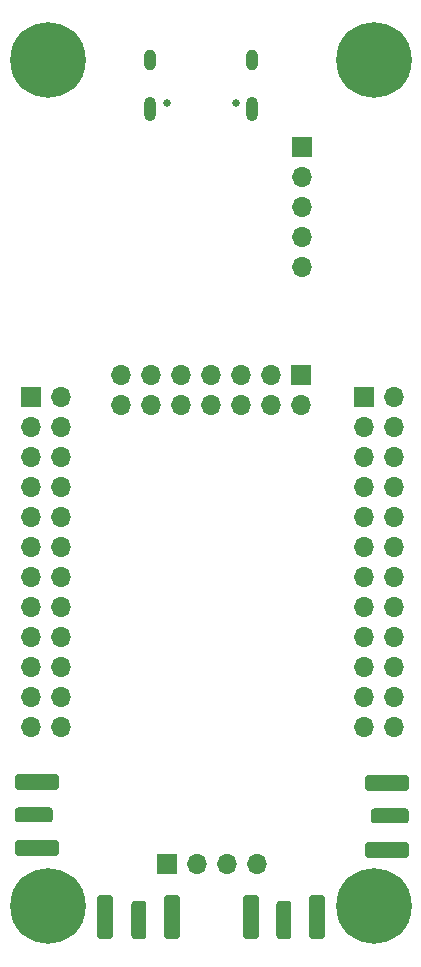
<source format=gbr>
%TF.GenerationSoftware,KiCad,Pcbnew,8.0.3*%
%TF.CreationDate,2024-07-17T15:49:10+08:00*%
%TF.ProjectId,STM32G431C8T6,53544d33-3247-4343-9331-433854362e6b,rev?*%
%TF.SameCoordinates,PXb5c5340PY81b3200*%
%TF.FileFunction,Soldermask,Bot*%
%TF.FilePolarity,Negative*%
%FSLAX45Y45*%
G04 Gerber Fmt 4.5, Leading zero omitted, Abs format (unit mm)*
G04 Created by KiCad (PCBNEW 8.0.3) date 2024-07-17 15:49:10*
%MOMM*%
%LPD*%
G01*
G04 APERTURE LIST*
G04 Aperture macros list*
%AMRoundRect*
0 Rectangle with rounded corners*
0 $1 Rounding radius*
0 $2 $3 $4 $5 $6 $7 $8 $9 X,Y pos of 4 corners*
0 Add a 4 corners polygon primitive as box body*
4,1,4,$2,$3,$4,$5,$6,$7,$8,$9,$2,$3,0*
0 Add four circle primitives for the rounded corners*
1,1,$1+$1,$2,$3*
1,1,$1+$1,$4,$5*
1,1,$1+$1,$6,$7*
1,1,$1+$1,$8,$9*
0 Add four rect primitives between the rounded corners*
20,1,$1+$1,$2,$3,$4,$5,0*
20,1,$1+$1,$4,$5,$6,$7,0*
20,1,$1+$1,$6,$7,$8,$9,0*
20,1,$1+$1,$8,$9,$2,$3,0*%
G04 Aperture macros list end*
%ADD10C,0.650000*%
%ADD11O,1.000000X2.100000*%
%ADD12O,1.000000X1.800000*%
%ADD13C,6.400000*%
%ADD14R,1.700000X1.700000*%
%ADD15O,1.700000X1.700000*%
%ADD16RoundRect,0.250000X0.385000X1.350000X-0.385000X1.350000X-0.385000X-1.350000X0.385000X-1.350000X0*%
%ADD17RoundRect,0.250000X0.425000X1.600000X-0.425000X1.600000X-0.425000X-1.600000X0.425000X-1.600000X0*%
%ADD18RoundRect,0.250000X1.350000X-0.385000X1.350000X0.385000X-1.350000X0.385000X-1.350000X-0.385000X0*%
%ADD19RoundRect,0.250000X1.600000X-0.425000X1.600000X0.425000X-1.600000X0.425000X-1.600000X-0.425000X0*%
%ADD20RoundRect,0.250000X-1.350000X0.385000X-1.350000X-0.385000X1.350000X-0.385000X1.350000X0.385000X0*%
%ADD21RoundRect,0.250000X-1.600000X0.425000X-1.600000X-0.425000X1.600000X-0.425000X1.600000X0.425000X0*%
G04 APERTURE END LIST*
D10*
%TO.C,J1*%
X1959000Y7167500D03*
X1381000Y7167500D03*
D11*
X2102000Y7117500D03*
D12*
X2102000Y7535500D03*
D11*
X1238000Y7117500D03*
D12*
X1238000Y7535500D03*
%TD*%
D13*
%TO.C,*%
X370000Y7530000D03*
%TD*%
D14*
%TO.C,J8*%
X1378000Y730000D03*
D15*
X1632000Y730000D03*
X1886000Y730000D03*
X2140000Y730000D03*
%TD*%
D13*
%TO.C,*%
X3130000Y7530000D03*
%TD*%
D14*
%TO.C,J10*%
X3046000Y4684000D03*
D15*
X3300000Y4684000D03*
X3046000Y4430000D03*
X3300000Y4430000D03*
X3046000Y4176000D03*
X3300000Y4176000D03*
X3046000Y3922000D03*
X3300000Y3922000D03*
X3046000Y3668000D03*
X3300000Y3668000D03*
X3046000Y3414000D03*
X3300000Y3414000D03*
X3046000Y3160000D03*
X3300000Y3160000D03*
X3046000Y2906000D03*
X3300000Y2906000D03*
X3046000Y2652000D03*
X3300000Y2652000D03*
X3046000Y2398000D03*
X3300000Y2398000D03*
X3046000Y2144000D03*
X3300000Y2144000D03*
X3046000Y1890000D03*
X3300000Y1890000D03*
%TD*%
D13*
%TO.C,*%
X3130000Y370000D03*
%TD*%
%TO.C,*%
X370000Y370000D03*
%TD*%
D14*
%TO.C,J2*%
X2510000Y4864000D03*
D15*
X2510000Y4610000D03*
X2256000Y4864000D03*
X2256000Y4610000D03*
X2002000Y4864000D03*
X2002000Y4610000D03*
X1748000Y4864000D03*
X1748000Y4610000D03*
X1494000Y4864000D03*
X1494000Y4610000D03*
X1240000Y4864000D03*
X1240000Y4610000D03*
X986000Y4864000D03*
X986000Y4610000D03*
%TD*%
D14*
%TO.C,J3*%
X2520000Y6796000D03*
D15*
X2520000Y6542000D03*
X2520000Y6288000D03*
X2520000Y6034000D03*
X2520000Y5780000D03*
%TD*%
D14*
%TO.C,J9*%
X226000Y4680000D03*
D15*
X480000Y4680000D03*
X226000Y4426000D03*
X480000Y4426000D03*
X226000Y4172000D03*
X480000Y4172000D03*
X226000Y3918000D03*
X480000Y3918000D03*
X226000Y3664000D03*
X480000Y3664000D03*
X226000Y3410000D03*
X480000Y3410000D03*
X226000Y3156000D03*
X480000Y3156000D03*
X226000Y2902000D03*
X480000Y2902000D03*
X226000Y2648000D03*
X480000Y2648000D03*
X226000Y2394000D03*
X480000Y2394000D03*
X226000Y2140000D03*
X480000Y2140000D03*
X226000Y1886000D03*
X480000Y1886000D03*
%TD*%
D16*
%TO.C,J5*%
X2370000Y256250D03*
D17*
X2652500Y281250D03*
X2087500Y281250D03*
%TD*%
D18*
%TO.C,J6*%
X255000Y1142500D03*
D19*
X280000Y860000D03*
X280000Y1425000D03*
%TD*%
D20*
%TO.C,J4*%
X3263750Y1130000D03*
D21*
X3238750Y1412500D03*
X3238750Y847500D03*
%TD*%
D16*
%TO.C,J7*%
X1140000Y256250D03*
D17*
X1422500Y281250D03*
X857500Y281250D03*
%TD*%
M02*

</source>
